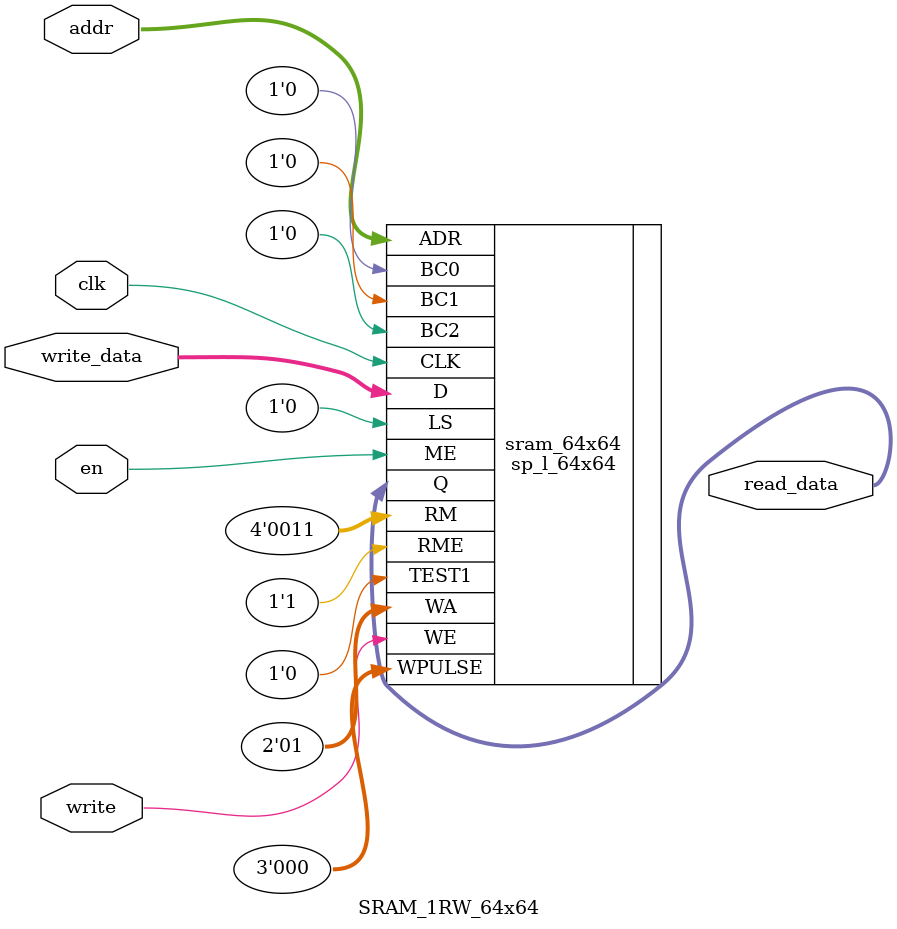
<source format=v>
module SRAM_1RW_64x64 (
    input clk,
    input en,
    input write,
    input [5:0] addr,
    input [63:0] write_data,
    output [63:0] read_data
);

    sp_l_64x64 sram_64x64(
        .Q (read_data),
        .ADR (addr),
        .D (write_data),
        .WE (write),
        .ME (en),
        .CLK (clk),
        .TEST1 (1'b0),
        .RME (1'b1),
        .RM (4'b0011),
        .WA (2'b01),
        .WPULSE (3'b000),
        .LS (1'b0),
        .BC0 (1'b0),
        .BC1 (1'b0),
        .BC2 (1'b0)
    );
endmodule

</source>
